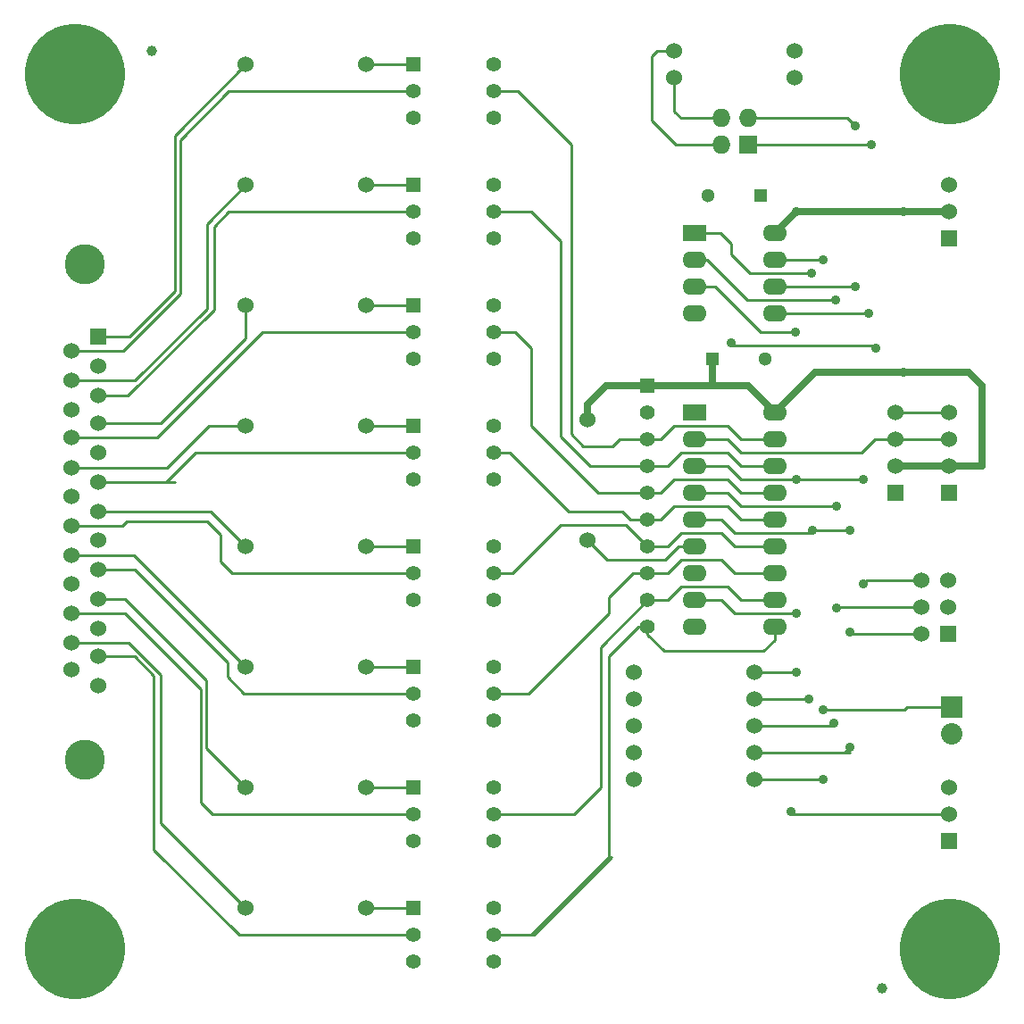
<source format=gtl>
G04 #@! TF.FileFunction,Copper,L1,Top,Signal*
%FSLAX46Y46*%
G04 Gerber Fmt 4.6, Leading zero omitted, Abs format (unit mm)*
G04 Created by KiCad (PCBNEW (after 2015-mar-04 BZR unknown)-product) date 6/26/2015 9:15:42 AM*
%MOMM*%
G01*
G04 APERTURE LIST*
%ADD10C,0.150000*%
%ADD11C,1.524000*%
%ADD12R,1.397000X1.397000*%
%ADD13C,1.397000*%
%ADD14R,1.524000X1.524000*%
%ADD15C,1.000000*%
%ADD16C,9.525000*%
%ADD17R,2.032000X2.032000*%
%ADD18O,2.032000X2.032000*%
%ADD19R,1.727200X1.727200*%
%ADD20O,1.727200X1.727200*%
%ADD21R,1.300000X1.300000*%
%ADD22C,1.300000*%
%ADD23R,2.286000X1.574800*%
%ADD24O,2.286000X1.574800*%
%ADD25C,3.810000*%
%ADD26C,0.889000*%
%ADD27C,0.254000*%
%ADD28C,0.635000*%
G04 APERTURE END LIST*
D10*
D11*
X32225000Y-72230000D03*
X43655000Y-72230000D03*
X32225000Y-95090000D03*
X43655000Y-95090000D03*
X32225000Y-83660000D03*
X43655000Y-83660000D03*
X32225000Y-60800000D03*
X43655000Y-60800000D03*
X32225000Y-49370000D03*
X43655000Y-49370000D03*
X32225000Y-37940000D03*
X43655000Y-37940000D03*
X32225000Y-26510000D03*
X43655000Y-26510000D03*
X32225000Y-15080000D03*
X43655000Y-15080000D03*
D12*
X48100000Y-15080000D03*
D13*
X48100000Y-17620000D03*
X48100000Y-20160000D03*
X55720000Y-20160000D03*
X55720000Y-17620000D03*
X55720000Y-15080000D03*
D12*
X48100000Y-95090000D03*
D13*
X48100000Y-97630000D03*
X48100000Y-100170000D03*
X55720000Y-100170000D03*
X55720000Y-97630000D03*
X55720000Y-95090000D03*
D12*
X48100000Y-83660000D03*
D13*
X48100000Y-86200000D03*
X48100000Y-88740000D03*
X55720000Y-88740000D03*
X55720000Y-86200000D03*
X55720000Y-83660000D03*
D12*
X48100000Y-72230000D03*
D13*
X48100000Y-74770000D03*
X48100000Y-77310000D03*
X55720000Y-77310000D03*
X55720000Y-74770000D03*
X55720000Y-72230000D03*
D12*
X48100000Y-60800000D03*
D13*
X48100000Y-63340000D03*
X48100000Y-65880000D03*
X55720000Y-65880000D03*
X55720000Y-63340000D03*
X55720000Y-60800000D03*
D12*
X48100000Y-49370000D03*
D13*
X48100000Y-51910000D03*
X48100000Y-54450000D03*
X55720000Y-54450000D03*
X55720000Y-51910000D03*
X55720000Y-49370000D03*
D12*
X48100000Y-37940000D03*
D13*
X48100000Y-40480000D03*
X48100000Y-43020000D03*
X55720000Y-43020000D03*
X55720000Y-40480000D03*
X55720000Y-37940000D03*
D12*
X48100000Y-26510000D03*
D13*
X48100000Y-29050000D03*
X48100000Y-31590000D03*
X55720000Y-31590000D03*
X55720000Y-29050000D03*
X55720000Y-26510000D03*
D14*
X98840000Y-69065000D03*
D11*
X96300000Y-69065000D03*
X98840000Y-66525000D03*
X96300000Y-66525000D03*
X98840000Y-63985000D03*
X96300000Y-63985000D03*
D12*
X70325000Y-45560000D03*
D13*
X70325000Y-48100000D03*
X70325000Y-50640000D03*
X70325000Y-53180000D03*
X70325000Y-55720000D03*
X70325000Y-58260000D03*
X70325000Y-60800000D03*
X70325000Y-63340000D03*
X70325000Y-65880000D03*
X70325000Y-68420000D03*
D15*
X23335000Y-13810000D03*
X92550000Y-102710000D03*
D14*
X93820000Y-55720000D03*
D11*
X93820000Y-53180000D03*
X93820000Y-50640000D03*
X93820000Y-48100000D03*
D16*
X99000000Y-99000000D03*
X99000000Y-16000000D03*
X16000000Y-99000000D03*
X16000000Y-16000000D03*
D14*
X98900000Y-55720000D03*
D11*
X98900000Y-53180000D03*
X98900000Y-50640000D03*
X98900000Y-48100000D03*
D14*
X98900000Y-88740000D03*
D11*
X98900000Y-86200000D03*
X98900000Y-83660000D03*
D14*
X98900000Y-31590000D03*
D11*
X98900000Y-29050000D03*
X98900000Y-26510000D03*
D17*
X99154000Y-76040000D03*
D18*
X99154000Y-78580000D03*
D11*
X69055000Y-75278000D03*
X80485000Y-75278000D03*
X69055000Y-77818000D03*
X80485000Y-77818000D03*
X69055000Y-80358000D03*
X80485000Y-80358000D03*
X64610000Y-48735000D03*
X64610000Y-60165000D03*
X69055000Y-72738000D03*
X80485000Y-72738000D03*
X69055000Y-82898000D03*
X80485000Y-82898000D03*
D19*
X79850000Y-22700000D03*
D20*
X77310000Y-22700000D03*
X79850000Y-20160000D03*
X77310000Y-20160000D03*
D11*
X84295000Y-13810000D03*
X72865000Y-13810000D03*
X84295000Y-16350000D03*
X72865000Y-16350000D03*
D21*
X81060000Y-27536000D03*
D22*
X76060000Y-27536000D03*
D21*
X76488000Y-43030000D03*
D22*
X81488000Y-43030000D03*
D23*
X74770000Y-31082000D03*
D24*
X74770000Y-33622000D03*
X74770000Y-36162000D03*
X74770000Y-38702000D03*
X82390000Y-38702000D03*
X82390000Y-36162000D03*
X82390000Y-33622000D03*
X82390000Y-31082000D03*
D23*
X74770000Y-48100000D03*
D24*
X74770000Y-50640000D03*
X74770000Y-53180000D03*
X74770000Y-55720000D03*
X74770000Y-58260000D03*
X74770000Y-60800000D03*
X74770000Y-63340000D03*
X74770000Y-65880000D03*
X74770000Y-68420000D03*
X82390000Y-68420000D03*
X82390000Y-65880000D03*
X82390000Y-63340000D03*
X82390000Y-60800000D03*
X82390000Y-58260000D03*
X82390000Y-55720000D03*
X82390000Y-53180000D03*
X82390000Y-50640000D03*
X82390000Y-48100000D03*
D25*
X17000000Y-34005000D03*
X17000000Y-80995000D03*
D11*
X18270000Y-74010000D03*
X18270000Y-71216000D03*
X18270000Y-68549000D03*
X18270000Y-65755000D03*
X18270000Y-62961000D03*
X18270000Y-60167000D03*
X18270000Y-57500000D03*
X18270000Y-54706000D03*
X18270000Y-51912000D03*
X18270000Y-49118000D03*
X18270000Y-46451000D03*
X18270000Y-43657000D03*
D14*
X18270000Y-40863000D03*
D11*
X15730000Y-72435200D03*
X15730000Y-69895200D03*
X15730000Y-67101200D03*
X15730000Y-64358000D03*
X15730000Y-61614800D03*
X15730000Y-58820800D03*
X15730000Y-56077600D03*
X15730000Y-53334400D03*
X15730000Y-50489600D03*
X15730000Y-47797200D03*
X15730000Y-45054000D03*
X15730000Y-42260000D03*
D26*
X89502000Y-68928000D03*
X85946000Y-59276000D03*
X89502000Y-59276000D03*
X89502000Y-79850000D03*
X85886000Y-34902000D03*
X88232000Y-56990000D03*
X87978000Y-77564000D03*
X88232000Y-66642000D03*
X88172000Y-37442000D03*
X90772000Y-64356000D03*
X84422000Y-54450000D03*
X90772000Y-54450000D03*
X85622000Y-75278000D03*
X84362000Y-40490000D03*
X83914000Y-85946000D03*
X84422000Y-67150000D03*
X84422000Y-72738000D03*
X90010000Y-20922000D03*
X90010000Y-36162000D03*
X91982000Y-42014000D03*
X78266000Y-41506000D03*
X91280000Y-38702000D03*
X91534000Y-22700000D03*
X84422000Y-29050000D03*
X94582000Y-29050000D03*
X94582000Y-44290000D03*
X86962000Y-82898000D03*
X86962000Y-33622000D03*
X86962000Y-76294000D03*
D27*
X78580000Y-59530000D02*
X77310000Y-58260000D01*
X77310000Y-58260000D02*
X74770000Y-58260000D01*
X80485000Y-80358000D02*
X89502000Y-80358000D01*
X89629000Y-69055000D02*
X89502000Y-68928000D01*
X96300000Y-69065000D02*
X89629000Y-69055000D01*
X82136000Y-59530000D02*
X78580000Y-59530000D01*
X85692000Y-59530000D02*
X85946000Y-59276000D01*
X82136000Y-59530000D02*
X85692000Y-59530000D01*
X85946000Y-59276000D02*
X89502000Y-59276000D01*
X88994000Y-80358000D02*
X89502000Y-79850000D01*
X80485000Y-80358000D02*
X88994000Y-80358000D01*
X77240000Y-31082000D02*
X78266000Y-32108000D01*
X78266000Y-32108000D02*
X78266000Y-33124000D01*
X78266000Y-33124000D02*
X80044000Y-34902000D01*
X80044000Y-34902000D02*
X84108000Y-34902000D01*
X74770000Y-31082000D02*
X77240000Y-31082000D01*
X84108000Y-34902000D02*
X85886000Y-34902000D01*
X80485000Y-77818000D02*
X87216000Y-77818000D01*
X93566000Y-66515000D02*
X96300000Y-66525000D01*
X93566000Y-66515000D02*
X88740000Y-66515000D01*
X77945000Y-55720000D02*
X74770000Y-55720000D01*
X79215000Y-56990000D02*
X77945000Y-55720000D01*
X84168000Y-56990000D02*
X79215000Y-56990000D01*
X84168000Y-56990000D02*
X85565000Y-56990000D01*
X85565000Y-56990000D02*
X88232000Y-56990000D01*
X87724000Y-77818000D02*
X87978000Y-77564000D01*
X88232000Y-66642000D02*
X88359000Y-66515000D01*
X88359000Y-66515000D02*
X88740000Y-66515000D01*
X80485000Y-77818000D02*
X87724000Y-77818000D01*
X75970000Y-33622000D02*
X79790000Y-37442000D01*
X79790000Y-37442000D02*
X88172000Y-37442000D01*
X74770000Y-33622000D02*
X75970000Y-33622000D01*
X74770000Y-53180000D02*
X77945000Y-53180000D01*
X79215000Y-54450000D02*
X84168000Y-54450000D01*
X77945000Y-53180000D02*
X79215000Y-54450000D01*
X84168000Y-54450000D02*
X84422000Y-54450000D01*
X91153000Y-63975000D02*
X90772000Y-64356000D01*
X96300000Y-63985000D02*
X91153000Y-63975000D01*
X90772000Y-54450000D02*
X88994000Y-54450000D01*
X84422000Y-54450000D02*
X88994000Y-54450000D01*
X80485000Y-75278000D02*
X85622000Y-75278000D01*
X76732000Y-36162000D02*
X81060000Y-40490000D01*
X81060000Y-40490000D02*
X84362000Y-40490000D01*
X74770000Y-36162000D02*
X76732000Y-36162000D01*
X25500000Y-33800000D02*
X25500000Y-21805000D01*
X25500000Y-21805000D02*
X32225000Y-15080000D01*
X21237000Y-40863000D02*
X25500000Y-36600000D01*
X25500000Y-36600000D02*
X25500000Y-33800000D01*
X18270000Y-40863000D02*
X21237000Y-40863000D01*
X15730000Y-42260000D02*
X20605000Y-42260000D01*
X30640000Y-17620000D02*
X48100000Y-17620000D01*
X26035000Y-22225000D02*
X30640000Y-17620000D01*
X26035000Y-36830000D02*
X26035000Y-22225000D01*
X20605000Y-42260000D02*
X26035000Y-36830000D01*
X28542000Y-38258000D02*
X28542000Y-30193000D01*
X28542000Y-30193000D02*
X32225000Y-26510000D01*
X21746000Y-45054000D02*
X28542000Y-38258000D01*
X15730000Y-45054000D02*
X21746000Y-45054000D01*
X18270000Y-46451000D02*
X21067424Y-46451000D01*
X30640000Y-29050000D02*
X48100000Y-29050000D01*
X29210000Y-30480000D02*
X30640000Y-29050000D01*
X29210000Y-38308424D02*
X29210000Y-30480000D01*
X21067424Y-46451000D02*
X29210000Y-38308424D01*
X24182000Y-49118000D02*
X32225000Y-41075000D01*
X32225000Y-41075000D02*
X32225000Y-37940000D01*
X18270000Y-49118000D02*
X24182000Y-49118000D01*
X15730000Y-50489600D02*
X23805400Y-50489600D01*
X33815000Y-40480000D02*
X48100000Y-40480000D01*
X23805400Y-50489600D02*
X33815000Y-40480000D01*
X15730000Y-53334400D02*
X24770600Y-53334400D01*
X28735000Y-49370000D02*
X32225000Y-49370000D01*
X24770600Y-53334400D02*
X28735000Y-49370000D01*
X18270000Y-54706000D02*
X24669000Y-54706000D01*
X27465000Y-51910000D02*
X48100000Y-51910000D01*
X24669000Y-54706000D02*
X27465000Y-51910000D01*
X25525000Y-54706000D02*
X18270000Y-54706000D01*
X25525000Y-54706000D02*
X23970000Y-54706000D01*
X24600000Y-57500000D02*
X18270000Y-57500000D01*
X32225000Y-60655000D02*
X32225000Y-60800000D01*
X23970000Y-57500000D02*
X24600000Y-57500000D01*
X28925000Y-57500000D02*
X32225000Y-60800000D01*
X18270000Y-57500000D02*
X28925000Y-57500000D01*
X15730000Y-58820800D02*
X20554200Y-58820800D01*
X30955000Y-63340000D02*
X48100000Y-63340000D01*
X29845000Y-62230000D02*
X30955000Y-63340000D01*
X29845000Y-59690000D02*
X29845000Y-62230000D01*
X28575000Y-58420000D02*
X29845000Y-59690000D01*
X20955000Y-58420000D02*
X28575000Y-58420000D01*
X20554200Y-58820800D02*
X20955000Y-58420000D01*
X59530000Y-97630000D02*
X66896000Y-90264000D01*
X55720000Y-97630000D02*
X59530000Y-97630000D01*
X69436000Y-68420000D02*
X66642000Y-71214000D01*
X66642000Y-71214000D02*
X66642000Y-90264000D01*
X66642000Y-90264000D02*
X59276000Y-97630000D01*
X59276000Y-97630000D02*
X55720000Y-97630000D01*
X70325000Y-68420000D02*
X69436000Y-68420000D01*
X70325000Y-69125000D02*
X71916000Y-70716000D01*
X71916000Y-70716000D02*
X81314000Y-70716000D01*
X81314000Y-70716000D02*
X82390000Y-69640000D01*
X82390000Y-69640000D02*
X82390000Y-68420000D01*
X70325000Y-68420000D02*
X70325000Y-69125000D01*
X79215000Y-65880000D02*
X77945000Y-64610000D01*
X77945000Y-64610000D02*
X73500000Y-64610000D01*
X73500000Y-64610000D02*
X72230000Y-65880000D01*
X72230000Y-65880000D02*
X70325000Y-65880000D01*
X82390000Y-65880000D02*
X79215000Y-65880000D01*
X65880000Y-83660000D02*
X65880000Y-70325000D01*
X65880000Y-70325000D02*
X70325000Y-65880000D01*
X63340000Y-86200000D02*
X65880000Y-83660000D01*
X55720000Y-86200000D02*
X63340000Y-86200000D01*
X77310000Y-62070000D02*
X73500000Y-62070000D01*
X73500000Y-62070000D02*
X72230000Y-63340000D01*
X72230000Y-63340000D02*
X70325000Y-63340000D01*
X78580000Y-63340000D02*
X77310000Y-62070000D01*
X82390000Y-63340000D02*
X78580000Y-63340000D01*
X59022000Y-74770000D02*
X66642000Y-67150000D01*
X66642000Y-67150000D02*
X66642000Y-65626000D01*
X66642000Y-65626000D02*
X68928000Y-63340000D01*
X68928000Y-63340000D02*
X70325000Y-63340000D01*
X55720000Y-74770000D02*
X59022000Y-74770000D01*
X78580000Y-60800000D02*
X77310000Y-59530000D01*
X77310000Y-59530000D02*
X73500000Y-59530000D01*
X73500000Y-59530000D02*
X72230000Y-60800000D01*
X72230000Y-60800000D02*
X70325000Y-60800000D01*
X82390000Y-60800000D02*
X78580000Y-60800000D01*
X57498000Y-63340000D02*
X62070000Y-58768000D01*
X62070000Y-58768000D02*
X68293000Y-58768000D01*
X68293000Y-58768000D02*
X70325000Y-60800000D01*
X55720000Y-63340000D02*
X57498000Y-63340000D01*
X79215000Y-58260000D02*
X77945000Y-56990000D01*
X77945000Y-56990000D02*
X72865000Y-56990000D01*
X72865000Y-56990000D02*
X71595000Y-58260000D01*
X71595000Y-58260000D02*
X70325000Y-58260000D01*
X82390000Y-58260000D02*
X79215000Y-58260000D01*
X68674000Y-58260000D02*
X67912000Y-57498000D01*
X67912000Y-57498000D02*
X62832000Y-57498000D01*
X62832000Y-57498000D02*
X57244000Y-51910000D01*
X57244000Y-51910000D02*
X55720000Y-51910000D01*
X70325000Y-58260000D02*
X68674000Y-58260000D01*
X79215000Y-55720000D02*
X77945000Y-54450000D01*
X77945000Y-54450000D02*
X72865000Y-54450000D01*
X72865000Y-54450000D02*
X71595000Y-55720000D01*
X71595000Y-55720000D02*
X70325000Y-55720000D01*
X82390000Y-55720000D02*
X79215000Y-55720000D01*
X70325000Y-55720000D02*
X69690000Y-55720000D01*
X65626000Y-55720000D02*
X59276000Y-49370000D01*
X59276000Y-49370000D02*
X59276000Y-42004000D01*
X59276000Y-42004000D02*
X57752000Y-40480000D01*
X57752000Y-40480000D02*
X55720000Y-40480000D01*
X70325000Y-55720000D02*
X65626000Y-55720000D01*
X79215000Y-53180000D02*
X77945000Y-51910000D01*
X77945000Y-51910000D02*
X73500000Y-51910000D01*
X73500000Y-51910000D02*
X72230000Y-53180000D01*
X72230000Y-53180000D02*
X70325000Y-53180000D01*
X82390000Y-53180000D02*
X79215000Y-53180000D01*
X64864000Y-53180000D02*
X62070000Y-50386000D01*
X62070000Y-50386000D02*
X62070000Y-31844000D01*
X62070000Y-31844000D02*
X59276000Y-29050000D01*
X59276000Y-29050000D02*
X55720000Y-29050000D01*
X70325000Y-53180000D02*
X64864000Y-53180000D01*
X79215000Y-50640000D02*
X77945000Y-49370000D01*
X77945000Y-49370000D02*
X72865000Y-49370000D01*
X72865000Y-49370000D02*
X71595000Y-50640000D01*
X71595000Y-50640000D02*
X70325000Y-50640000D01*
X82390000Y-50640000D02*
X79215000Y-50640000D01*
X63086000Y-50132000D02*
X63086000Y-26256000D01*
X64250788Y-51296788D02*
X63086000Y-50132000D01*
X67001212Y-51296788D02*
X64250788Y-51296788D01*
X67658000Y-50640000D02*
X67001212Y-51296788D01*
X70325000Y-50640000D02*
X67658000Y-50640000D01*
X58006000Y-17620000D02*
X63086000Y-22700000D01*
X63086000Y-22700000D02*
X63086000Y-26256000D01*
X55720000Y-17620000D02*
X58006000Y-17620000D01*
X84422000Y-67150000D02*
X82644000Y-67150000D01*
X80358000Y-67150000D02*
X82644000Y-67150000D01*
X78580000Y-67150000D02*
X80358000Y-67150000D01*
X74770000Y-65880000D02*
X77310000Y-65880000D01*
X77310000Y-65880000D02*
X78580000Y-67150000D01*
X84168000Y-86200000D02*
X83914000Y-85946000D01*
X98900000Y-86200000D02*
X84168000Y-86200000D01*
X80485000Y-72738000D02*
X84422000Y-72738000D01*
X98900000Y-48100000D02*
X93820000Y-48100000D01*
X82390000Y-36162000D02*
X90010000Y-36162000D01*
X90010000Y-20922000D02*
X89248000Y-20160000D01*
X89248000Y-20160000D02*
X79850000Y-20160000D01*
X91982000Y-42014000D02*
X91728000Y-41760000D01*
X91728000Y-41760000D02*
X78520000Y-41760000D01*
X78520000Y-41760000D02*
X78266000Y-41506000D01*
X98900000Y-50640000D02*
X93820000Y-50640000D01*
X91915000Y-50640000D02*
X90645000Y-51910000D01*
X90645000Y-51910000D02*
X79215000Y-51910000D01*
X79215000Y-51910000D02*
X77945000Y-50640000D01*
X77945000Y-50640000D02*
X74770000Y-50640000D01*
X93820000Y-50640000D02*
X91915000Y-50640000D01*
X82390000Y-38702000D02*
X91280000Y-38702000D01*
X91534000Y-22700000D02*
X79850000Y-22700000D01*
D28*
X76488000Y-43030000D02*
X76488000Y-45560000D01*
X102075000Y-53180000D02*
X102075000Y-45560000D01*
X102075000Y-45560000D02*
X100805000Y-44290000D01*
X100805000Y-44290000D02*
X98392000Y-44290000D01*
X82390000Y-48544498D02*
X82390000Y-48100000D01*
X98900000Y-53180000D02*
X102075000Y-53180000D01*
X93820000Y-53180000D02*
X98900000Y-53180000D01*
X79850000Y-45560000D02*
X82390000Y-48100000D01*
X70325000Y-45560000D02*
X76488000Y-45560000D01*
X76488000Y-45560000D02*
X79850000Y-45560000D01*
X84422000Y-29050000D02*
X82390000Y-31082000D01*
X87470000Y-29050000D02*
X84422000Y-29050000D01*
X98900000Y-29050000D02*
X87470000Y-29050000D01*
X84295000Y-16350000D02*
X84295000Y-16477000D01*
X66388000Y-45560000D02*
X64610000Y-47338000D01*
X64610000Y-47338000D02*
X64610000Y-48735000D01*
X70325000Y-45560000D02*
X66388000Y-45560000D01*
X86200000Y-44290000D02*
X82390000Y-48100000D01*
X94582000Y-44290000D02*
X86200000Y-44290000D01*
X98392000Y-44290000D02*
X94582000Y-44290000D01*
X98900000Y-29050000D02*
X94582000Y-29050000D01*
D27*
X43655000Y-15080000D02*
X48100000Y-15080000D01*
X43655000Y-26510000D02*
X48100000Y-26510000D01*
X43655000Y-37940000D02*
X48100000Y-37940000D01*
X43655000Y-49370000D02*
X48100000Y-49370000D01*
X43655000Y-60800000D02*
X48100000Y-60800000D01*
X43655000Y-72230000D02*
X48100000Y-72230000D01*
X43655000Y-83660000D02*
X48100000Y-83660000D01*
X43655000Y-95090000D02*
X48100000Y-95090000D01*
X80485000Y-82898000D02*
X85692000Y-82898000D01*
X85692000Y-82898000D02*
X86962000Y-82898000D01*
X82390000Y-33622000D02*
X86962000Y-33622000D01*
X94963000Y-76040000D02*
X94709000Y-76294000D01*
X94709000Y-76294000D02*
X86962000Y-76294000D01*
X99154000Y-76040000D02*
X94963000Y-76040000D01*
X71214000Y-13810000D02*
X72865000Y-13810000D01*
X70706000Y-14318000D02*
X71214000Y-13810000D01*
X70706000Y-16096000D02*
X70706000Y-14318000D01*
X70706000Y-20414000D02*
X70706000Y-16604000D01*
X70706000Y-16604000D02*
X70706000Y-16096000D01*
X72992000Y-22700000D02*
X70706000Y-20414000D01*
X77310000Y-22700000D02*
X72992000Y-22700000D01*
X72865000Y-19525000D02*
X72865000Y-16350000D01*
X73500000Y-20160000D02*
X72865000Y-19525000D01*
X77310000Y-20160000D02*
X73500000Y-20160000D01*
X18270000Y-71216000D02*
X21686000Y-71216000D01*
X31590000Y-97630000D02*
X48100000Y-97630000D01*
X23495000Y-89535000D02*
X31590000Y-97630000D01*
X23495000Y-73025000D02*
X23495000Y-89535000D01*
X21686000Y-71216000D02*
X23495000Y-73025000D01*
X31844000Y-97630000D02*
X48100000Y-97630000D01*
X31844000Y-97630000D02*
X48100000Y-97630000D01*
X29812000Y-81247000D02*
X32225000Y-83660000D01*
X29812000Y-81247000D02*
X32225000Y-83660000D01*
X28500000Y-73500000D02*
X28500000Y-79935000D01*
X28500000Y-79935000D02*
X32225000Y-83660000D01*
X20755000Y-65755000D02*
X28500000Y-73500000D01*
X18270000Y-65755000D02*
X20755000Y-65755000D01*
X18270000Y-62961000D02*
X21686000Y-62961000D01*
X30480000Y-71755000D02*
X30480000Y-73180000D01*
X21686000Y-62961000D02*
X30480000Y-71755000D01*
X30480000Y-73180000D02*
X32070000Y-74770000D01*
X32070000Y-74770000D02*
X48100000Y-74770000D01*
X24200000Y-73000000D02*
X24200000Y-87065000D01*
X24200000Y-87065000D02*
X32225000Y-95090000D01*
X21095200Y-69895200D02*
X24200000Y-73000000D01*
X15730000Y-69895200D02*
X21095200Y-69895200D01*
X15730000Y-67101200D02*
X20746200Y-67101200D01*
X29050000Y-86200000D02*
X48100000Y-86200000D01*
X27940000Y-85090000D02*
X29050000Y-86200000D01*
X27940000Y-74295000D02*
X27940000Y-85090000D01*
X20746200Y-67101200D02*
X27940000Y-74295000D01*
X21609800Y-61614800D02*
X32225000Y-72230000D01*
X15730000Y-61614800D02*
X21609800Y-61614800D01*
X73246000Y-60800000D02*
X71976000Y-62070000D01*
X71976000Y-62070000D02*
X66515000Y-62070000D01*
X66515000Y-62070000D02*
X64610000Y-60165000D01*
X74770000Y-60800000D02*
X73246000Y-60800000D01*
M02*

</source>
